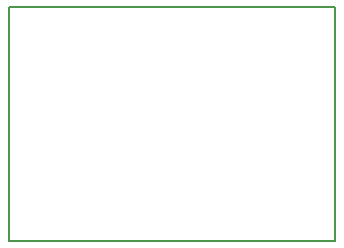
<source format=gm1>
G04 MADE WITH FRITZING*
G04 WWW.FRITZING.ORG*
G04 DOUBLE SIDED*
G04 HOLES PLATED*
G04 CONTOUR ON CENTER OF CONTOUR VECTOR*
%ASAXBY*%
%FSLAX23Y23*%
%MOIN*%
%OFA0B0*%
%SFA1.0B1.0*%
%ADD10R,1.091980X0.787187*%
%ADD11C,0.008000*%
%ADD10C,0.008*%
%LNCONTOUR*%
G90*
G70*
G54D10*
G54D11*
X4Y783D02*
X1088Y783D01*
X1088Y4D01*
X4Y4D01*
X4Y783D01*
D02*
G04 End of contour*
M02*
</source>
